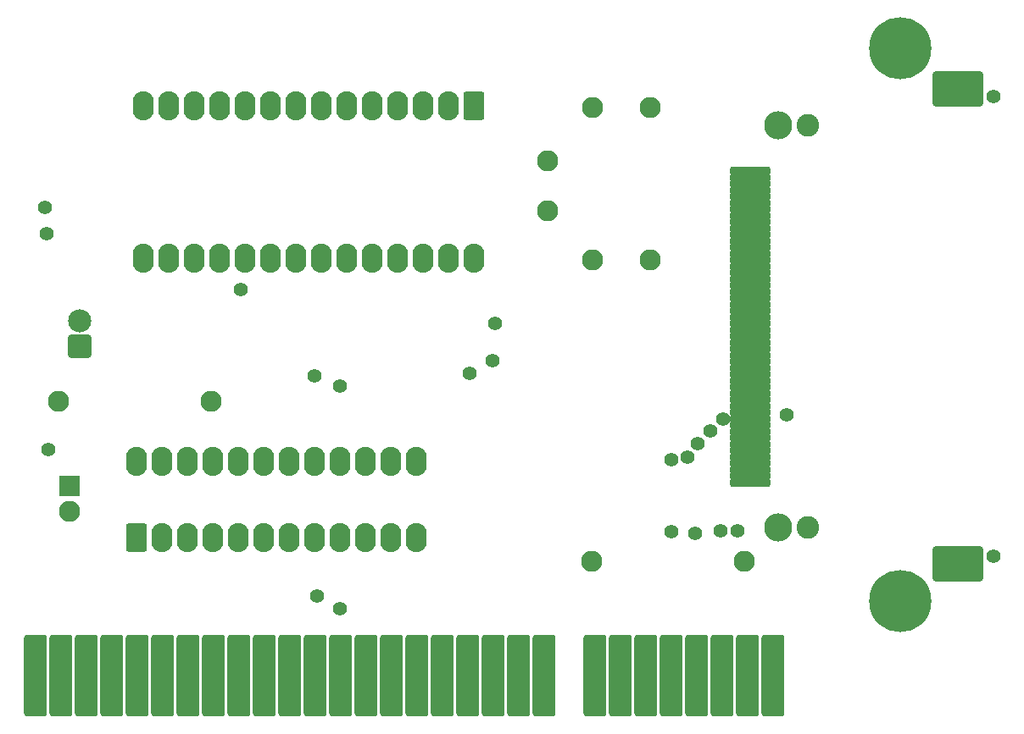
<source format=gts>
%TF.GenerationSoftware,KiCad,Pcbnew,9.0.0*%
%TF.CreationDate,2025-03-26T11:16:54+02:00*%
%TF.ProjectId,xt-cf,78742d63-662e-46b6-9963-61645f706362,rev?*%
%TF.SameCoordinates,Original*%
%TF.FileFunction,Soldermask,Top*%
%TF.FilePolarity,Negative*%
%FSLAX46Y46*%
G04 Gerber Fmt 4.6, Leading zero omitted, Abs format (unit mm)*
G04 Created by KiCad (PCBNEW 9.0.0) date 2025-03-26 11:16:54*
%MOMM*%
%LPD*%
G01*
G04 APERTURE LIST*
G04 Aperture macros list*
%AMRoundRect*
0 Rectangle with rounded corners*
0 $1 Rounding radius*
0 $2 $3 $4 $5 $6 $7 $8 $9 X,Y pos of 4 corners*
0 Add a 4 corners polygon primitive as box body*
4,1,4,$2,$3,$4,$5,$6,$7,$8,$9,$2,$3,0*
0 Add four circle primitives for the rounded corners*
1,1,$1+$1,$2,$3*
1,1,$1+$1,$4,$5*
1,1,$1+$1,$6,$7*
1,1,$1+$1,$8,$9*
0 Add four rect primitives between the rounded corners*
20,1,$1+$1,$2,$3,$4,$5,0*
20,1,$1+$1,$4,$5,$6,$7,0*
20,1,$1+$1,$6,$7,$8,$9,0*
20,1,$1+$1,$8,$9,$2,$3,0*%
G04 Aperture macros list end*
%ADD10RoundRect,0.329375X0.724625X-1.124625X0.724625X1.124625X-0.724625X1.124625X-0.724625X-1.124625X0*%
%ADD11O,2.108000X2.908000*%
%ADD12C,2.108000*%
%ADD13RoundRect,0.254000X-0.889000X-3.810000X0.889000X-3.810000X0.889000X3.810000X-0.889000X3.810000X0*%
%ADD14O,2.108000X2.108000*%
%ADD15RoundRect,0.254000X0.900000X-0.900000X0.900000X0.900000X-0.900000X0.900000X-0.900000X-0.900000X0*%
%ADD16C,2.308000*%
%ADD17RoundRect,0.329375X-0.724625X1.124625X-0.724625X-1.124625X0.724625X-1.124625X0.724625X1.124625X0*%
%ADD18RoundRect,0.254000X2.250440X-1.499870X2.250440X1.499870X-2.250440X1.499870X-2.250440X-1.499870X0*%
%ADD19C,1.407160*%
%ADD20C,2.809240*%
%ADD21C,2.258060*%
%ADD22RoundRect,0.254000X1.750060X-0.190500X1.750060X0.190500X-1.750060X0.190500X-1.750060X-0.190500X0*%
%ADD23RoundRect,0.254000X-0.800000X0.800000X-0.800000X-0.800000X0.800000X-0.800000X0.800000X0.800000X0*%
%ADD24C,6.208000*%
%ADD25C,1.397000*%
G04 APERTURE END LIST*
D10*
%TO.C,U1*%
X114180000Y-116620000D03*
D11*
X116720000Y-116620000D03*
X119260000Y-116620000D03*
X121800000Y-116620000D03*
X124340000Y-116620000D03*
X126880000Y-116620000D03*
X129420000Y-116620000D03*
X131960000Y-116620000D03*
X134500000Y-116620000D03*
X137040000Y-116620000D03*
X139580000Y-116620000D03*
X142120000Y-116620000D03*
X142120000Y-109000000D03*
X139580000Y-109000000D03*
X137040000Y-109000000D03*
X134500000Y-109000000D03*
X131960000Y-109000000D03*
X129420000Y-109000000D03*
X126880000Y-109000000D03*
X124340000Y-109000000D03*
X121800000Y-109000000D03*
X119260000Y-109000000D03*
X116720000Y-109000000D03*
X114180000Y-109000000D03*
%TD*%
D12*
%TO.C,C1*%
X155250000Y-84000000D03*
X155250000Y-79000000D03*
%TD*%
D13*
%TO.C,BUS1*%
X177800000Y-130492500D03*
X175260000Y-130492500D03*
X172720000Y-130492500D03*
X170180000Y-130492500D03*
X167640000Y-130492500D03*
X165100000Y-130492500D03*
X162560000Y-130492500D03*
X160020000Y-130492500D03*
X154940000Y-130492500D03*
X152400000Y-130492500D03*
X149860000Y-130492500D03*
X147320000Y-130492500D03*
X144780000Y-130492500D03*
X142240000Y-130492500D03*
X139700000Y-130492500D03*
X137160000Y-130492500D03*
X134620000Y-130492500D03*
X132080000Y-130492500D03*
X129540000Y-130492500D03*
X127000000Y-130492500D03*
X124460000Y-130492500D03*
X121920000Y-130492500D03*
X119380000Y-130492500D03*
X116840000Y-130492500D03*
X114300000Y-130492500D03*
X111760000Y-130492500D03*
X109220000Y-130492500D03*
X106680000Y-130492500D03*
X104140000Y-130492500D03*
%TD*%
D12*
%TO.C,R1*%
X106380000Y-103000000D03*
D14*
X121620000Y-103000000D03*
%TD*%
D12*
%TO.C,R3*%
X165500000Y-88870000D03*
D14*
X165500000Y-73630000D03*
%TD*%
D12*
%TO.C,R4*%
X159750000Y-88870000D03*
D14*
X159750000Y-73630000D03*
%TD*%
D15*
%TO.C,D1*%
X108500000Y-97500000D03*
D16*
X108500000Y-94960000D03*
%TD*%
D17*
%TO.C,U2*%
X147870000Y-73510000D03*
D11*
X145330000Y-73510000D03*
X142790000Y-73510000D03*
X140250000Y-73510000D03*
X137710000Y-73510000D03*
X135170000Y-73510000D03*
X132630000Y-73510000D03*
X130090000Y-73510000D03*
X127550000Y-73510000D03*
X125010000Y-73510000D03*
X122470000Y-73510000D03*
X119930000Y-73510000D03*
X117390000Y-73510000D03*
X114850000Y-73510000D03*
X114850000Y-88750000D03*
X117390000Y-88750000D03*
X119930000Y-88750000D03*
X122470000Y-88750000D03*
X125010000Y-88750000D03*
X127550000Y-88750000D03*
X130090000Y-88750000D03*
X132630000Y-88750000D03*
X135170000Y-88750000D03*
X137710000Y-88750000D03*
X140250000Y-88750000D03*
X142790000Y-88750000D03*
X145330000Y-88750000D03*
X147870000Y-88750000D03*
%TD*%
D18*
%TO.C,P1*%
X196250040Y-119316500D03*
D19*
X199747620Y-118567200D03*
D20*
X178249060Y-115687540D03*
D21*
X181248800Y-115687540D03*
D20*
X178249060Y-75447460D03*
D21*
X181248800Y-75447460D03*
D19*
X199747620Y-72567800D03*
D18*
X196250040Y-71818500D03*
D22*
X175498240Y-111125000D03*
X175498240Y-109855000D03*
X175498240Y-108585000D03*
X175498240Y-107315000D03*
X175498240Y-106045000D03*
X175498240Y-104775000D03*
X175498240Y-103505000D03*
X175498240Y-102235000D03*
X175498240Y-100965000D03*
X175498240Y-99695000D03*
X175498240Y-98425000D03*
X175498240Y-97155000D03*
X175498240Y-95885000D03*
X175498240Y-94615000D03*
X175498240Y-93345000D03*
X175498240Y-92075000D03*
X175498240Y-90805000D03*
X175498240Y-89535000D03*
X175498240Y-88265000D03*
X175498240Y-86995000D03*
X175498240Y-85725000D03*
X175498240Y-84455000D03*
X175498240Y-83185000D03*
X175498240Y-81915000D03*
X175498240Y-80645000D03*
X175498240Y-110490000D03*
X175498240Y-109220000D03*
X175498240Y-107950000D03*
X175498240Y-106680000D03*
X175498240Y-105410000D03*
X175498240Y-104140000D03*
X175498240Y-102870000D03*
X175498240Y-101600000D03*
X175498240Y-100330000D03*
X175498240Y-99060000D03*
X175498240Y-97790000D03*
X175498240Y-96520000D03*
X175498240Y-95250000D03*
X175498240Y-93980000D03*
X175498240Y-92710000D03*
X175498240Y-91440000D03*
X175498240Y-90170000D03*
X175498240Y-88900000D03*
X175498240Y-87630000D03*
X175498240Y-86360000D03*
X175498240Y-85090000D03*
X175498240Y-83820000D03*
X175498240Y-82550000D03*
X175498240Y-81280000D03*
X175498240Y-80010000D03*
%TD*%
D12*
%TO.C,R2*%
X174870000Y-119000000D03*
D14*
X159630000Y-119000000D03*
%TD*%
D23*
%TO.C,C2*%
X107500000Y-111500000D03*
D12*
X107500000Y-114000000D03*
%TD*%
D24*
%TO.C,H2*%
X190500000Y-123000000D03*
%TD*%
%TO.C,H1*%
X190500000Y-67750000D03*
%TD*%
D25*
X105022650Y-83629297D03*
X132250000Y-122500000D03*
X134500000Y-123750000D03*
X105386600Y-107863400D03*
X105250000Y-86250000D03*
X167640000Y-116110000D03*
X167612040Y-108887960D03*
X170000000Y-116250000D03*
X169223279Y-108585000D03*
X170250000Y-107250000D03*
X172500000Y-116000000D03*
X171500000Y-106000000D03*
X174250000Y-116000000D03*
X172750000Y-104775000D03*
X134500000Y-101500000D03*
X132000000Y-100500000D03*
X124625000Y-91875000D03*
X147500000Y-100250000D03*
X149750000Y-99000000D03*
X179095393Y-104404607D03*
X150000000Y-95250000D03*
M02*

</source>
